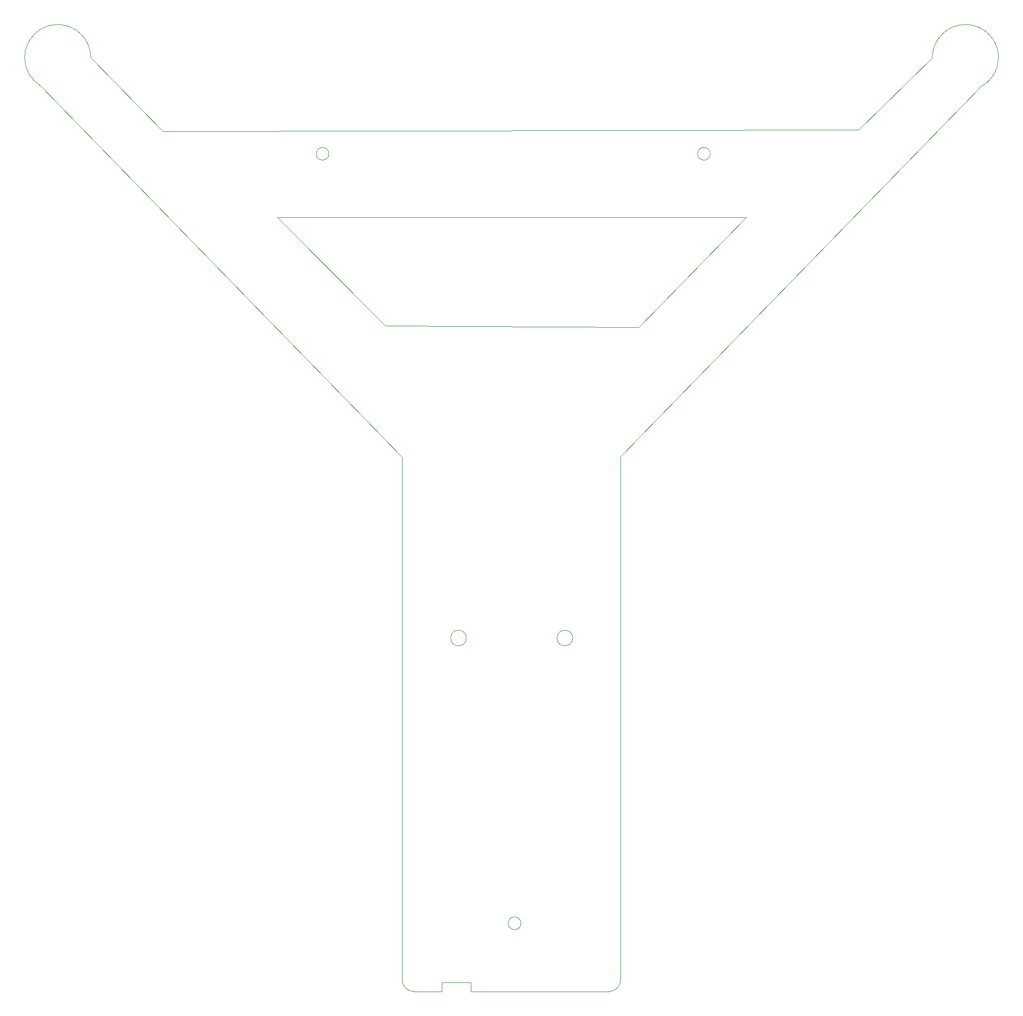
<source format=gbr>
%TF.GenerationSoftware,KiCad,Pcbnew,8.0.7*%
%TF.CreationDate,2025-02-10T18:12:50+08:00*%
%TF.ProjectId,bb-0.4,62622d30-2e34-42e6-9b69-6361645f7063,rev?*%
%TF.SameCoordinates,Original*%
%TF.FileFunction,Profile,NP*%
%FSLAX46Y46*%
G04 Gerber Fmt 4.6, Leading zero omitted, Abs format (unit mm)*
G04 Created by KiCad (PCBNEW 8.0.7) date 2025-02-10 18:12:50*
%MOMM*%
%LPD*%
G01*
G04 APERTURE LIST*
%TA.AperFunction,Profile*%
%ADD10C,0.100000*%
%TD*%
G04 APERTURE END LIST*
D10*
X125539861Y-182499776D02*
X125529861Y-189488582D01*
X89220001Y-182548101D02*
X89210001Y-189536907D01*
X123290000Y-191438806D02*
X100617793Y-191446516D01*
X91160225Y-191438806D02*
G75*
G02*
X89210001Y-189536907I-47725J1901900D01*
G01*
X125500766Y-102499786D02*
X185399587Y-40999190D01*
X108950000Y-180100000D02*
G75*
G02*
X106850000Y-180100000I-1050000J0D01*
G01*
X106850000Y-180100000D02*
G75*
G02*
X108950000Y-180100000I1050000J0D01*
G01*
X107400000Y-62700000D02*
X68400000Y-62700000D01*
X165100000Y-48100000D02*
X49400000Y-48400000D01*
X128568777Y-80931223D02*
X146400000Y-62700000D01*
X26400000Y-36100000D02*
G75*
G02*
X37400000Y-36100000I5500000J0D01*
G01*
X95790000Y-189950000D02*
X95876364Y-189950000D01*
X100617793Y-191446516D02*
X100618670Y-189948640D01*
X117565225Y-132650000D02*
G75*
G02*
X114965225Y-132650000I-1300000J0D01*
G01*
X114965225Y-132650000D02*
G75*
G02*
X117565225Y-132650000I1300000J0D01*
G01*
X77000000Y-52100000D02*
G75*
G02*
X74900000Y-52100000I-1050000J0D01*
G01*
X74900000Y-52100000D02*
G75*
G02*
X77000000Y-52100000I1050000J0D01*
G01*
X165100000Y-48100000D02*
X177400000Y-36100000D01*
X29011910Y-40780698D02*
X89200453Y-102548103D01*
X29011910Y-40780698D02*
G75*
G02*
X26400000Y-36100000I2888090J4680698D01*
G01*
X123627962Y-191438806D02*
X123497036Y-191438806D01*
X37400000Y-36100000D02*
X49400000Y-48400000D01*
X107400000Y-62700000D02*
X146400000Y-62700000D01*
X68400000Y-62700000D02*
X86431223Y-80731223D01*
X89220001Y-182548101D02*
X89200453Y-102548103D01*
X125539861Y-182499776D02*
X125500766Y-102499786D01*
X99870225Y-132650000D02*
G75*
G02*
X97270225Y-132650000I-1300000J0D01*
G01*
X97270225Y-132650000D02*
G75*
G02*
X99870225Y-132650000I1300000J0D01*
G01*
X140450000Y-52100000D02*
G75*
G02*
X138350000Y-52100000I-1050000J0D01*
G01*
X138350000Y-52100000D02*
G75*
G02*
X140450000Y-52100000I1050000J0D01*
G01*
X128568777Y-80931223D02*
X86431223Y-80731223D01*
X100618670Y-189948640D02*
X100390000Y-189948640D01*
X177400000Y-36100000D02*
G75*
G02*
X188400000Y-36100000I5500000J0D01*
G01*
X100390000Y-189948640D02*
X95876364Y-189950000D01*
X91160225Y-191438806D02*
X95790000Y-191438729D01*
X95790000Y-191438729D02*
X95790000Y-189950000D01*
X125529861Y-189488582D02*
G75*
G02*
X123627962Y-191438766I-1901861J-47724D01*
G01*
X188400000Y-36100000D02*
G75*
G02*
X185399587Y-40999190I-5500000J0D01*
G01*
X123290000Y-191438806D02*
X123497036Y-191438806D01*
M02*

</source>
